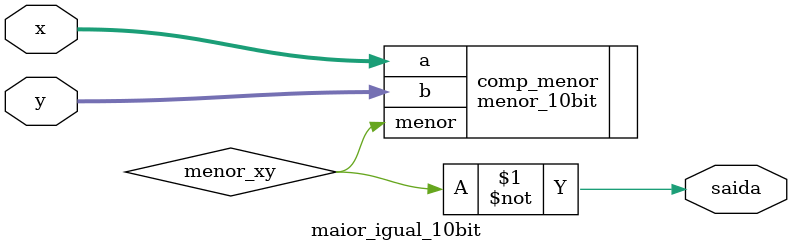
<source format=v>
module maior_igual_10bit(
    input [9:0] x,
    input [9:0] y,
    output saida
);
    wire menor_xy;

    menor_10bit comp_menor(
        .a(x),
        .b(y),
        .menor(menor_xy)
    );

    not(saida, menor_xy);
endmodule

</source>
